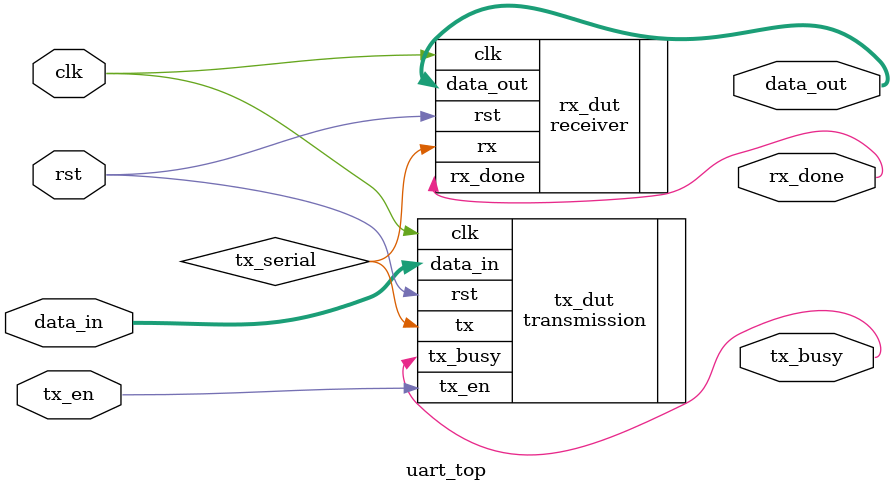
<source format=sv>
module uart_top
#(parameter SIZE = 8, // size of data
   parameter BAUD_RATE = 115200, 
   parameter CLK_FREQ = 1000000,
   parameter BAUD_COUNT = (CLK_FREQ/BAUD_RATE))
 (   
    input clk,    
    input rst,
    input [SIZE-1:0] data_in,
    input tx_en,
	output tx_busy,
	output reg [SIZE-1:0] data_out,
    output reg rx_done);
	
	wire tx_serial;
	
	transmission #(SIZE ,BAUD_RATE, CLK_FREQ ,BAUD_COUNT) tx_dut (
																	.clk(clk),
																	.rst(rst),
																	.tx_en(tx_en),
																	.data_in(data_in),
																	.tx(tx_serial),
																	.tx_busy(tx_busy));
																	
	receiver #(SIZE ,BAUD_RATE, CLK_FREQ ,BAUD_COUNT) rx_dut (
																	.clk(clk),
																	.rst(rst),
																	.data_out(data_out),
																	.rx_done(rx_done),
																	.rx(tx_serial));
																	
																	
	endmodule
</source>
